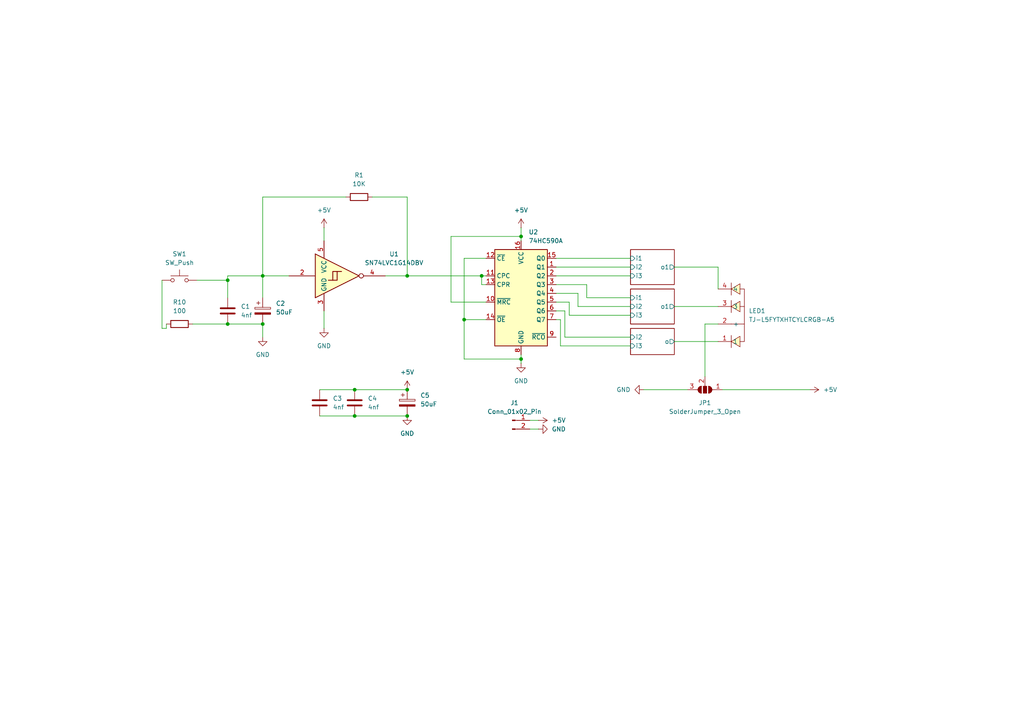
<source format=kicad_sch>
(kicad_sch (version 20231120) (generator "eeschema") (generator_version "8.0")
  (paper "A4")
  (lib_symbols
    (symbol "74xGxx:SN74LVC1G14DBV"
      (property "Reference" "U" (at 0 3.81 0))
      (property "Value" "SN74LVC1G14DBV" (at 0 -3.81 0))
      (symbol "SN74LVC1G14DBV_0_1"
        (polyline (pts (xy -7.62 6.35) (xy -7.62 -6.35) (xy 5.08 0) (xy -7.62 6.35)) (stroke (width 0.254)) (fill (type background)))
      )
      (symbol "SN74LVC1G14DBV_1_1"
        (polyline (pts (xy -3.81 -1.27) (xy -1.27 -1.27) (xy -1.27 1.27)) (stroke (width 0.254)))
        (polyline (pts (xy -2.54 -1.27) (xy -2.54 1.27) (xy 0 1.27)) (stroke (width 0.254)))
        (pin no_connect line (at -7.62 5.08 180) (length 5.08) hide (name "NC") (number "1"))
        (pin input line (at -15.24 0 0) (length 7.62) (name "~") (number "2"))
        (pin power_in line (at -5.08 -10.16 90) (length 5.08) (name "GND") (number "3"))
        (pin output inverted (at 12.7 0 180) (length 7.62) (name "~") (number "4"))
        (pin power_in line (at -5.08 10.16 270) (length 5.08) (name "VCC") (number "5"))
      )
    )
    (symbol "74xx:74HC590A"
      (property "Reference" "U" (at -7.62 16.51 0))
      (property "Value" "74HC590A" (at -7.62 -13.97 0))
      (symbol "74HC590A_1_0"
        (pin tri_state line (at 10.16 10.16 180) (length 2.54) (name "Q1") (number "1"))
        (pin input line (at -10.16 0 0) (length 2.54) (name "~{MRC}") (number "10"))
        (pin input line (at -10.16 7.62 0) (length 2.54) (name "CPC") (number "11"))
        (pin input line (at -10.16 12.7 0) (length 2.54) (name "~{CE}") (number "12"))
        (pin input line (at -10.16 5.08 0) (length 2.54) (name "CPR") (number "13"))
        (pin input line (at -10.16 -5.08 0) (length 2.54) (name "~{OE}") (number "14"))
        (pin tri_state line (at 10.16 12.7 180) (length 2.54) (name "Q0") (number "15"))
        (pin power_in line (at 0 17.78 270) (length 2.54) (name "VCC") (number "16"))
        (pin tri_state line (at 10.16 7.62 180) (length 2.54) (name "Q2") (number "2"))
        (pin tri_state line (at 10.16 5.08 180) (length 2.54) (name "Q3") (number "3"))
        (pin tri_state line (at 10.16 2.54 180) (length 2.54) (name "Q4") (number "4"))
        (pin tri_state line (at 10.16 0 180) (length 2.54) (name "Q5") (number "5"))
        (pin tri_state line (at 10.16 -2.54 180) (length 2.54) (name "Q6") (number "6"))
        (pin tri_state line (at 10.16 -5.08 180) (length 2.54) (name "Q7") (number "7"))
        (pin power_in line (at 0 -15.24 90) (length 2.54) (name "GND") (number "8"))
        (pin output line (at 10.16 -10.16 180) (length 2.54) (name "~{RCO}") (number "9"))
      )
      (symbol "74HC590A_1_1"
        (rectangle (start -7.62 15.24) (end 7.62 -12.7) (stroke (width 0.254)) (fill (type background)))
      )
    )
    (symbol "Connector:Conn_01x02_Pin" (pin_names (offset 1.016) hide)
      (property "Reference" "J" (at 0 2.54 0))
      (property "Value" "Conn_01x02_Pin" (at 0 -5.08 0))
      (symbol "Conn_01x02_Pin_1_1"
        (polyline (pts (xy 1.27 -2.54) (xy 0.8636 -2.54)) (stroke (width 0.1524)))
        (polyline (pts (xy 1.27 0) (xy 0.8636 0)) (stroke (width 0.1524)))
        (rectangle (start 0.8636 -2.413) (end 0 -2.667) (stroke (width 0.1524)) (fill (type outline)))
        (rectangle (start 0.8636 0.127) (end 0 -0.127) (stroke (width 0.1524)) (fill (type outline)))
        (pin passive line (at 5.08 0 180) (length 3.81) (name "Pin_1") (number "1"))
        (pin passive line (at 5.08 -2.54 180) (length 3.81) (name "Pin_2") (number "2"))
      )
    )
    (symbol "Device:C" (pin_numbers hide) (pin_names (offset 0.254))
      (property "Reference" "C" (at 0.635 2.54 0))
      (property "Value" "C" (at 0.635 -2.54 0))
      (symbol "C_0_1"
        (polyline (pts (xy -2.032 -0.762) (xy 2.032 -0.762)) (stroke (width 0.508)))
        (polyline (pts (xy -2.032 0.762) (xy 2.032 0.762)) (stroke (width 0.508)))
      )
      (symbol "C_1_1"
        (pin passive line (at 0 3.81 270) (length 2.794) (name "~") (number "1"))
        (pin passive line (at 0 -3.81 90) (length 2.794) (name "~") (number "2"))
      )
    )
    (symbol "Device:C_Polarized" (pin_numbers hide) (pin_names (offset 0.254))
      (property "Reference" "C" (at 0.635 2.54 0))
      (property "Value" "C_Polarized" (at 0.635 -2.54 0))
      (symbol "C_Polarized_0_1"
        (rectangle (start -2.286 0.508) (end 2.286 1.016))
        (polyline (pts (xy -1.778 2.286) (xy -0.762 2.286)))
        (polyline (pts (xy -1.27 2.794) (xy -1.27 1.778)))
        (rectangle (start 2.286 -0.508) (end -2.286 -1.016) (fill (type outline)))
      )
      (symbol "C_Polarized_1_1"
        (pin passive line (at 0 3.81 270) (length 2.794) (name "~") (number "1"))
        (pin passive line (at 0 -3.81 90) (length 2.794) (name "~") (number "2"))
      )
    )
    (symbol "Device:R" (pin_numbers hide) (pin_names (offset 0))
      (property "Reference" "R" (at 2.032 0 90))
      (property "Value" "R" (at 0 0 90))
      (symbol "R_0_1"
        (rectangle (start -1.016 -2.54) (end 1.016 2.54) (stroke (width 0.254)))
      )
      (symbol "R_1_1"
        (pin passive line (at 0 3.81 270) (length 1.27) (name "~") (number "1"))
        (pin passive line (at 0 -3.81 90) (length 1.27) (name "~") (number "2"))
      )
    )
    (symbol "Jumper:SolderJumper_3_Open" (pin_names (offset 0) hide) (exclude_from_sim yes) (in_bom no)
      (property "Reference" "JP" (at -2.54 -2.54 0))
      (property "Value" "SolderJumper_3_Open" (at 0 2.794 0))
      (symbol "SolderJumper_3_Open_0_1"
        (arc (start -1.016 1.016) (mid -2.0276 0) (end -1.016 -1.016))
        (arc (start -1.016 1.016) (mid -2.0276 0) (end -1.016 -1.016) (fill (type outline)))
        (rectangle (start -0.508 1.016) (end 0.508 -1.016) (fill (type outline)))
        (polyline (pts (xy -2.54 0) (xy -2.032 0)))
        (polyline (pts (xy -1.016 1.016) (xy -1.016 -1.016)))
        (polyline (pts (xy 0 -1.27) (xy 0 -1.016)))
        (polyline (pts (xy 1.016 1.016) (xy 1.016 -1.016)))
        (polyline (pts (xy 2.54 0) (xy 2.032 0)))
        (arc (start 1.016 -1.016) (mid 2.0276 0) (end 1.016 1.016))
        (arc (start 1.016 -1.016) (mid 2.0276 0) (end 1.016 1.016) (fill (type outline)))
      )
      (symbol "SolderJumper_3_Open_1_1"
        (pin passive line (at -5.08 0 0) (length 2.54) (name "A") (number "1"))
        (pin passive line (at 0 -3.81 90) (length 2.54) (name "C") (number "2"))
        (pin passive line (at 5.08 0 180) (length 2.54) (name "B") (number "3"))
      )
    )
    (symbol "Switch:SW_Push" (pin_numbers hide) (pin_names (offset 1.016) hide)
      (property "Reference" "SW" (at 1.27 2.54 0))
      (property "Value" "SW_Push" (at 0 -1.524 0))
      (symbol "SW_Push_0_1"
        (circle (center -2.032 0) (radius 0.508))
        (polyline (pts (xy 0 1.27) (xy 0 3.048)))
        (polyline (pts (xy 2.54 1.27) (xy -2.54 1.27)))
        (circle (center 2.032 0) (radius 0.508))
        (pin passive line (at -5.08 0 0) (length 2.54) (name "1") (number "1"))
        (pin passive line (at 5.08 0 180) (length 2.54) (name "2") (number "2"))
      )
    )
    (symbol "easyeda2kicad:TJ-L5FYTXHTCYLCRGB-A5"
      (property "Reference" "LED" (at 0 0 0))
      (property "Value" "TJ-L5FYTXHTCYLCRGB-A5" (at 0 -10.16 0))
      (symbol "TJ-L5FYTXHTCYLCRGB-A5_0_1"
        (polyline (pts (xy -5.84 -1.27) (xy -9.4 -1.27)))
        (polyline (pts (xy -2.54 1.27) (xy -2.54 2.54)))
        (polyline (pts (xy -0.76 -1.27) (xy -4.32 -1.27)))
        (polyline (pts (xy 2.54 -1.27) (xy 2.54 2.54)))
        (polyline (pts (xy 9.4 -1.27) (xy 5.84 -1.27)))
        (polyline (pts (xy -6.1 1.27) (xy -7.62 -1.27) (xy -9.14 1.27) (xy -6.1 1.27)) (fill (type background)))
        (polyline (pts (xy -1.02 1.27) (xy -2.54 -1.27) (xy -4.06 1.27) (xy -1.02 1.27)) (fill (type background)))
        (polyline (pts (xy 7.62 1.27) (xy 7.62 2.54) (xy -7.62 2.54) (xy -7.62 1.27)))
        (polyline (pts (xy 9.14 1.27) (xy 7.62 -1.27) (xy 6.1 1.27) (xy 9.14 1.27)) (fill (type background)))
        (pin unspecified line (at 7.62 -5.08 90) (length 3.81) (name "1") (number "1"))
        (pin unspecified line (at 2.54 -5.08 90) (length 3.81) (name "+") (number "2"))
        (pin unspecified line (at -2.54 -5.08 90) (length 3.81) (name "3") (number "3"))
        (pin unspecified line (at -7.62 -5.08 90) (length 3.81) (name "4") (number "4"))
      )
    )
    (symbol "power:+5V" (power) (pin_numbers hide) (pin_names (offset 0) hide)
      (property "Value" "+5V" (at 0 3.556 0))
      (symbol "+5V_0_1"
        (polyline (pts (xy -0.762 1.27) (xy 0 2.54)))
        (polyline (pts (xy 0 0) (xy 0 2.54)))
        (polyline (pts (xy 0 2.54) (xy 0.762 1.27)))
      )
      (symbol "+5V_1_1"
        (pin power_in line (at 0 0 90) (length 0) (name "~") (number "1"))
      )
    )
    (symbol "power:GND" (power) (pin_numbers hide) (pin_names (offset 0) hide)
      (property "Value" "GND" (at 0 -3.81 0))
      (symbol "GND_0_1"
        (polyline (pts (xy 0 0) (xy 0 -1.27) (xy 1.27 -1.27) (xy 0 -2.54) (xy -1.27 -1.27) (xy 0 -1.27)))
      )
      (symbol "GND_1_1"
        (pin power_in line (at 0 0 270) (length 0) (name "~") (number "1"))
      )
    )
  )
  (junction (at 66.04 81.28))
  (junction (at 139.7 80.01))
  (junction (at 76.2 80.01))
  (junction (at 66.04 93.98))
  (junction (at 134.62 92.71))
  (junction (at 102.87 113.03))
  (junction (at 118.11 113.03))
  (junction (at 118.11 120.65))
  (junction (at 151.13 68.58))
  (junction (at 118.11 80.01))
  (junction (at 151.13 104.14))
  (junction (at 102.87 120.65))
  (junction (at 76.2 93.98))
  (wire (pts (xy 102.87 113.03) (xy 118.11 113.03)))
  (wire (pts (xy 76.2 93.98) (xy 76.2 97.79)))
  (wire (pts (xy 92.71 113.03) (xy 102.87 113.03)))
  (wire (pts (xy 161.29 87.63) (xy 165.1 87.63)))
  (wire (pts (xy 161.29 85.09) (xy 167.64 85.09)))
  (wire (pts (xy 130.81 68.58) (xy 151.13 68.58)))
  (wire (pts (xy 134.62 92.71) (xy 134.62 104.14)))
  (wire (pts (xy 195.58 88.9) (xy 208.28 88.9)))
  (wire (pts (xy 76.2 57.15) (xy 100.33 57.15)))
  (wire (pts (xy 118.11 57.15) (xy 118.11 80.01)))
  (wire (pts (xy 66.04 81.28) (xy 66.04 86.36)))
  (wire (pts (xy 161.29 74.93) (xy 182.88 74.93)))
  (wire (pts (xy 170.18 86.36) (xy 182.88 86.36)))
  (wire (pts (xy 170.18 82.55) (xy 170.18 86.36)))
  (wire (pts (xy 204.47 93.98) (xy 208.28 93.98)))
  (wire (pts (xy 107.95 57.15) (xy 118.11 57.15)))
  (wire (pts (xy 161.29 92.71) (xy 162.56 92.71)))
  (wire (pts (xy 66.04 80.01) (xy 66.04 81.28)))
  (wire (pts (xy 195.58 99.06) (xy 208.28 99.06)))
  (wire (pts (xy 66.04 93.98) (xy 76.2 93.98)))
  (wire (pts (xy 46.99 81.28) (xy 46.99 95.25)))
  (wire (pts (xy 163.83 97.79) (xy 182.88 97.79)))
  (wire (pts (xy 139.7 82.55) (xy 139.7 80.01)))
  (wire (pts (xy 118.11 80.01) (xy 139.7 80.01)))
  (wire (pts (xy 208.28 77.47) (xy 195.58 77.47)))
  (wire (pts (xy 57.15 81.28) (xy 66.04 81.28)))
  (wire (pts (xy 209.55 113.03) (xy 234.95 113.03)))
  (wire (pts (xy 76.2 86.36) (xy 76.2 80.01)))
  (wire (pts (xy 93.98 66.04) (xy 93.98 69.85)))
  (wire (pts (xy 140.97 82.55) (xy 139.7 82.55)))
  (wire (pts (xy 165.1 87.63) (xy 165.1 91.44)))
  (wire (pts (xy 163.83 97.79) (xy 163.83 90.17)))
  (wire (pts (xy 162.56 92.71) (xy 162.56 100.33)))
  (wire (pts (xy 186.69 113.03) (xy 199.39 113.03)))
  (wire (pts (xy 161.29 82.55) (xy 170.18 82.55)))
  (wire (pts (xy 151.13 66.04) (xy 151.13 68.58)))
  (wire (pts (xy 134.62 104.14) (xy 151.13 104.14)))
  (wire (pts (xy 140.97 87.63) (xy 130.81 87.63)))
  (wire (pts (xy 130.81 87.63) (xy 130.81 68.58)))
  (wire (pts (xy 55.88 93.98) (xy 66.04 93.98)))
  (wire (pts (xy 165.1 91.44) (xy 182.88 91.44)))
  (wire (pts (xy 134.62 92.71) (xy 140.97 92.71)))
  (wire (pts (xy 76.2 80.01) (xy 83.82 80.01)))
  (wire (pts (xy 93.98 90.17) (xy 93.98 95.25)))
  (wire (pts (xy 111.76 80.01) (xy 118.11 80.01)))
  (wire (pts (xy 76.2 80.01) (xy 76.2 57.15)))
  (wire (pts (xy 151.13 104.14) (xy 151.13 105.41)))
  (wire (pts (xy 161.29 80.01) (xy 182.88 80.01)))
  (wire (pts (xy 161.29 77.47) (xy 182.88 77.47)))
  (wire (pts (xy 66.04 80.01) (xy 76.2 80.01)))
  (wire (pts (xy 163.83 90.17) (xy 161.29 90.17)))
  (wire (pts (xy 140.97 74.93) (xy 134.62 74.93)))
  (wire (pts (xy 208.28 83.82) (xy 208.28 77.47)))
  (wire (pts (xy 162.56 100.33) (xy 182.88 100.33)))
  (wire (pts (xy 151.13 68.58) (xy 151.13 69.85)))
  (wire (pts (xy 139.7 80.01) (xy 140.97 80.01)))
  (wire (pts (xy 48.26 95.25) (xy 48.26 93.98)))
  (wire (pts (xy 156.21 124.46) (xy 153.67 124.46)))
  (wire (pts (xy 204.47 109.22) (xy 204.47 93.98)))
  (wire (pts (xy 151.13 102.87) (xy 151.13 104.14)))
  (wire (pts (xy 134.62 74.93) (xy 134.62 92.71)))
  (wire (pts (xy 156.21 121.92) (xy 153.67 121.92)))
  (wire (pts (xy 167.64 88.9) (xy 182.88 88.9)))
  (wire (pts (xy 167.64 85.09) (xy 167.64 88.9)))
  (wire (pts (xy 102.87 120.65) (xy 118.11 120.65)))
  (wire (pts (xy 46.99 95.25) (xy 48.26 95.25)))
  (wire (pts (xy 92.71 120.65) (xy 102.87 120.65)))
  (symbol (lib_id "74xx:74HC590A") (at 151.13 87.63 0) (unit 1)
    (property "Reference" "U2" (at 153.3241 67.31 0) (effects (justify left)))
    (property "Value" "74HC590A" (at 153.3241 69.85 0) (effects (justify left)))
    (property "Footprint" "Package_SO:SOIC-16_3.9x9.9mm_P1.27mm" (effects (hide yes)))
    (property "Datasheet" "http://www.ti.com/lit/ds/symlink/sn74hc590a.pdf" (effects (hide yes)))
    (property "Description" "8-bit Binary Counter with Output Register 3-State Outputs, DIP-16/SOIC-16/SOIC-16W" (effects (hide yes)))
  )
  (symbol (lib_id "Device:C") (at 66.04 90.17 0) (unit 1)
    (property "Reference" "C1" (at 69.85 88.8999 0) (effects (justify left)))
    (property "Value" "4nf" (at 69.85 91.4399 0) (effects (justify left)))
    (property "Footprint" "Capacitor_SMD:C_0603_1608Metric_Pad1.08x0.95mm_HandSolder" (effects (hide yes)))
    (property "Description" "Unpolarized capacitor" (effects (hide yes)))
  )
  (symbol (lib_id "power:GND") (at 151.13 105.41 0) (unit 1)
    (property "Reference" "#PWR07" (effects (hide yes)))
    (property "Value" "GND" (at 151.13 110.49 0))
    (property "Description" "Power symbol creates a global label with name \"GND\" , ground" (effects (hide yes)))
  )
  (symbol (lib_id "Device:R") (at 104.14 57.15 90) (unit 1)
    (property "Reference" "R1" (at 104.14 50.8 90))
    (property "Value" "10K" (at 104.14 53.34 90))
    (property "Footprint" "Resistor_SMD:R_0603_1608Metric_Pad0.98x0.95mm_HandSolder" (effects (hide yes)))
    (property "Description" "Resistor" (effects (hide yes)))
  )
  (symbol (lib_id "power:+5V") (at 93.98 66.04 0) (unit 1)
    (property "Reference" "#PWR02" (effects (hide yes)))
    (property "Value" "+5V" (at 93.98 60.96 0))
    (property "Description" "Power symbol creates a global label with name \"+5V\"" (effects (hide yes)))
  )
  (symbol (lib_id "power:+5V") (at 118.11 113.03 0) (unit 1)
    (property "Reference" "#PWR04" (effects (hide yes)))
    (property "Value" "+5V" (at 118.11 107.95 0))
    (property "Description" "Power symbol creates a global label with name \"+5V\"" (effects (hide yes)))
  )
  (symbol (lib_id "power:+5V") (at 151.13 66.04 0) (unit 1)
    (property "Reference" "#PWR06" (effects (hide yes)))
    (property "Value" "+5V" (at 151.13 60.96 0))
    (property "Description" "Power symbol creates a global label with name \"+5V\"" (effects (hide yes)))
  )
  (symbol (lib_id "power:GND") (at 118.11 120.65 0) (unit 1)
    (property "Reference" "#PWR05" (effects (hide yes)))
    (property "Value" "GND" (at 118.11 125.73 0))
    (property "Description" "Power symbol creates a global label with name \"GND\" , ground" (effects (hide yes)))
  )
  (symbol (lib_id "Device:C") (at 102.87 116.84 0) (unit 1)
    (property "Reference" "C4" (at 106.68 115.5699 0) (effects (justify left)))
    (property "Value" "4nf" (at 106.68 118.1099 0) (effects (justify left)))
    (property "Footprint" "Capacitor_SMD:C_0603_1608Metric_Pad1.08x0.95mm_HandSolder" (effects (hide yes)))
    (property "Description" "Unpolarized capacitor" (effects (hide yes)))
  )
  (symbol (lib_id "power:+5V") (at 156.21 121.92 270) (unit 1)
    (property "Reference" "#PWR011" (effects (hide yes)))
    (property "Value" "+5V" (at 160.02 121.9199 90) (effects (justify left)))
    (property "Description" "Power symbol creates a global label with name \"+5V\"" (effects (hide yes)))
  )
  (symbol (lib_id "74xGxx:SN74LVC1G14DBV") (at 99.06 80.01 0) (unit 1)
    (property "Reference" "U1" (at 114.3 73.6914 0))
    (property "Value" "SN74LVC1G14DBV" (at 114.3 76.2314 0))
    (property "Footprint" "Package_TO_SOT_SMD:SOT-23-5" (effects (hide yes)))
    (property "Datasheet" "https://www.ti.com/lit/ds/symlink/sn74lvc1g14.pdf" (effects (hide yes)))
    (property "Description" "Single Schmitt NOT Gate, Low-Voltage CMOS, SOT-23" (effects (hide yes)))
  )
  (symbol (lib_id "power:GND") (at 93.98 95.25 0) (unit 1)
    (property "Reference" "#PWR03" (effects (hide yes)))
    (property "Value" "GND" (at 93.98 100.33 0))
    (property "Description" "Power symbol creates a global label with name \"GND\" , ground" (effects (hide yes)))
  )
  (symbol (lib_id "Device:R") (at 52.07 93.98 90) (unit 1)
    (property "Reference" "R10" (at 52.07 87.63 90))
    (property "Value" "100" (at 52.07 90.17 90))
    (property "Footprint" "Resistor_SMD:R_0603_1608Metric_Pad0.98x0.95mm_HandSolder" (effects (hide yes)))
    (property "Description" "Resistor" (effects (hide yes)))
  )
  (symbol (lib_id "Device:C") (at 92.71 116.84 0) (unit 1)
    (property "Reference" "C3" (at 96.52 115.5699 0) (effects (justify left)))
    (property "Value" "4nf" (at 96.52 118.1099 0) (effects (justify left)))
    (property "Footprint" "Capacitor_SMD:C_0603_1608Metric_Pad1.08x0.95mm_HandSolder" (effects (hide yes)))
    (property "Description" "Unpolarized capacitor" (effects (hide yes)))
  )
  (symbol (lib_id "Device:C_Polarized") (at 76.2 90.17 0) (unit 1)
    (property "Reference" "C2" (at 80.01 88.0109 0) (effects (justify left)))
    (property "Value" "50uF" (at 80.01 90.5509 0) (effects (justify left)))
    (property "Footprint" "Capacitor_THT:CP_Radial_D5.0mm_P2.50mm" (effects (hide yes)))
    (property "Description" "Polarized capacitor" (effects (hide yes)))
  )
  (symbol (lib_id "power:GND") (at 186.69 113.03 270) (unit 1)
    (property "Reference" "#PWR08" (effects (hide yes)))
    (property "Value" "GND" (at 182.88 113.0299 90) (effects (justify right)))
    (property "Description" "Power symbol creates a global label with name \"GND\" , ground" (effects (hide yes)))
  )
  (symbol (lib_id "power:GND") (at 156.21 124.46 90) (unit 1)
    (property "Reference" "#PWR010" (effects (hide yes)))
    (property "Value" "GND" (at 160.02 124.4599 90) (effects (justify right)))
    (property "Description" "Power symbol creates a global label with name \"GND\" , ground" (effects (hide yes)))
  )
  (symbol (lib_id "power:GND") (at 76.2 97.79 0) (unit 1)
    (property "Reference" "#PWR01" (effects (hide yes)))
    (property "Value" "GND" (at 76.2 102.87 0))
    (property "Description" "Power symbol creates a global label with name \"GND\" , ground" (effects (hide yes)))
  )
  (symbol (lib_id "power:+5V") (at 234.95 113.03 270) (unit 1)
    (property "Reference" "#PWR09" (effects (hide yes)))
    (property "Value" "+5V" (at 238.76 113.0299 90) (effects (justify left)))
    (property "Description" "Power symbol creates a global label with name \"+5V\"" (effects (hide yes)))
  )
  (symbol (lib_id "Connector:Conn_01x02_Pin") (at 148.59 121.92 0) (unit 1)
    (property "Reference" "J1" (at 149.225 116.84 0))
    (property "Value" "Conn_01x02_Pin" (at 149.225 119.38 0))
    (property "Footprint" "Connector_PinHeader_2.54mm:PinHeader_1x02_P2.54mm_Vertical" (effects (hide yes)))
    (property "Description" "Generic connector, single row, 01x02, script generated" (effects (hide yes)))
  )
  (symbol (lib_id "easyeda2kicad:TJ-L5FYTXHTCYLCRGB-A5") (at 213.36 91.44 270) (unit 1)
    (property "Reference" "LED1" (at 217.17 90.1699 90) (effects (justify left)))
    (property "Value" "TJ-L5FYTXHTCYLCRGB-A5" (at 217.17 92.7099 90) (effects (justify left)))
    (property "Footprint" "easyeda2kicad:LED-TH_4P-BD5.8-P1.30" (effects (hide yes)))
    (property "Datasheet" "https://lcsc.com/product-detail/Others_TOGIALED-TJ-L5FYTXHTCYLCRGB-A5_C330749.html" (effects (hide yes)))
    (property "LCSC Part" "C330749" (effects (hide yes)))
  )
  (symbol (lib_id "Jumper:SolderJumper_3_Open") (at 204.47 113.03 180) (unit 1) (exclude_from_sim yes) (in_bom no)
    (property "Reference" "JP1" (at 204.47 116.84 0))
    (property "Value" "SolderJumper_3_Open" (at 204.47 119.38 0))
    (property "Footprint" "Jumper:SolderJumper-3_P1.3mm_Open_RoundedPad1.0x1.5mm" (effects (hide yes)))
    (property "Description" "Solder Jumper, 3-pole, open" (effects (hide yes)))
  )
  (symbol (lib_id "Switch:SW_Push") (at 52.07 81.28 0) (unit 1)
    (property "Reference" "SW1" (at 52.07 73.66 0))
    (property "Value" "SW_Push" (at 52.07 76.2 0))
    (property "Footprint" "Button_Switch_THT:SW_PUSH_6mm" (effects (hide yes)))
    (property "Description" "Push button switch, generic, two pins" (effects (hide yes)))
  )
  (symbol (lib_id "Device:C_Polarized") (at 118.11 116.84 0) (unit 1)
    (property "Reference" "C5" (at 121.92 114.6809 0) (effects (justify left)))
    (property "Value" "50uF" (at 121.92 117.2209 0) (effects (justify left)))
    (property "Footprint" "Capacitor_THT:CP_Radial_D5.0mm_P2.50mm" (effects (hide yes)))
    (property "Description" "Polarized capacitor" (effects (hide yes)))
  )
  (sheet (at 182.88 83.82) (size 12.7 10.16) (stroke (width 0.1524))
    (property "Sheetname" "3r1" (effects (hide yes)))
    (property "Sheetfile" "3r.kicad_sch" (effects (hide yes)))
    (pin "o1" output (at 195.58 88.9 0))
    (pin "i1" input (at 182.88 86.36 180))
    (pin "i2" input (at 182.88 88.9 180))
    (pin "i3" input (at 182.88 91.44 180))
  )
  (sheet (at 182.88 95.25) (size 12.7 7.62) (stroke (width 0.1524))
    (property "Sheetname" "2r" (effects (hide yes)))
    (property "Sheetfile" "2r.kicad_sch" (effects (hide yes)))
    (pin "o" output (at 195.58 99.06 0))
    (pin "i3" input (at 182.88 100.33 180))
    (pin "i2" input (at 182.88 97.79 180))
  )
  (sheet (at 182.88 72.39) (size 12.7 10.16) (stroke (width 0.1524))
    (property "Sheetname" "3r" (effects (hide yes)))
    (property "Sheetfile" "3r.kicad_sch" (effects (hide yes)))
    (pin "o1" output (at 195.58 77.47 0))
    (pin "i1" input (at 182.88 74.93 180))
    (pin "i2" input (at 182.88 77.47 180))
    (pin "i3" input (at 182.88 80.01 180))
  )
)
</source>
